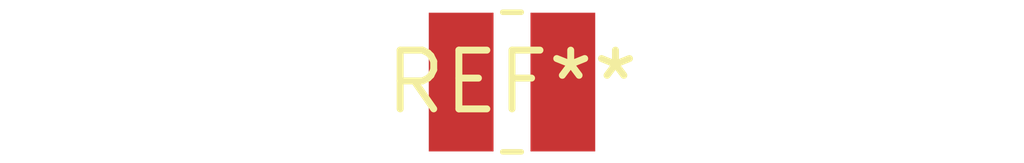
<source format=kicad_pcb>
(kicad_pcb (version 20240108) (generator pcbnew)
  (layers (0 "F.Cu" signal) (31 "B.Cu" signal) (34 "B.Paste" user) (35 "F.Paste" user) (36 "B.SilkS" user "B.Silkscreen") (37 "F.SilkS" user "F.Silkscreen") (38 "B.Mask" user) (39 "F.Mask" user) (44 "Edge.Cuts" user))
  (net 0 "")
  (footprint "L_Ferrocore_DLG-0302" (layer "F.Cu") (at 0 0)
    (property "Reference" "REF**")
    (property "Value" "L_Ferrocore_DLG-0302")
    (fp_line (start -0.2 -1.51) (end 0.2 -1.51) (layer "F.SilkS") (stroke (width 0.12)))
    (fp_line (start -0.2 1.51) (end 0.2 1.51) (layer "F.SilkS") (stroke (width 0.12)))
    (pad "1" smd rect (at -1.1 0) (size 1.4 3) (layers "F.Cu" "F.Paste" "F.Mask"))
    (pad "2" smd rect (at 1.1 0) (size 1.4 3) (layers "F.Cu" "F.Paste" "F.Mask"))
  )
)
</source>
